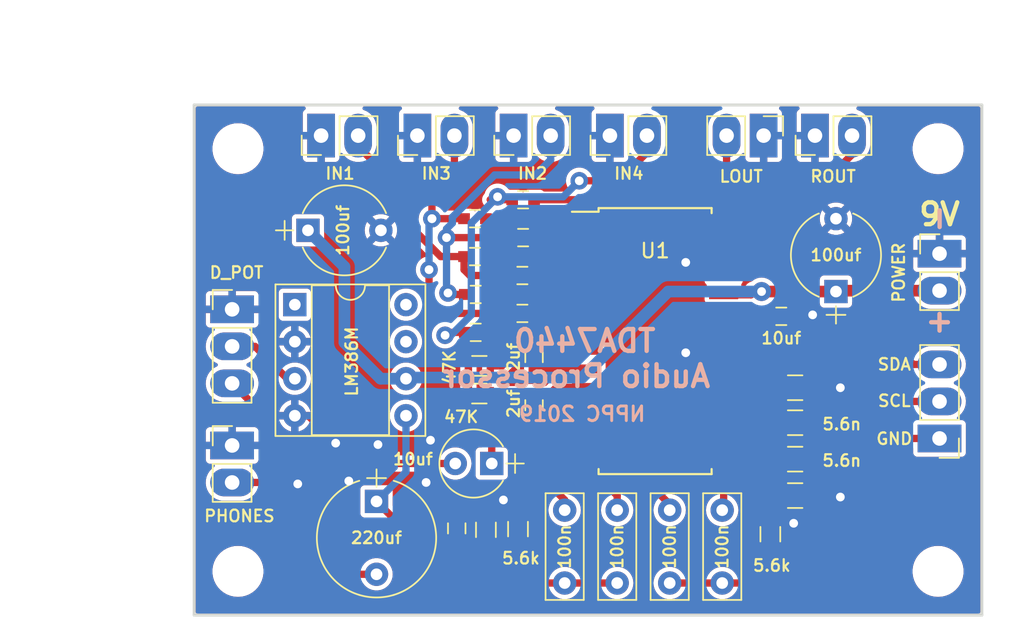
<source format=kicad_pcb>
(kicad_pcb (version 20221018) (generator pcbnew)
  (layers (0 "F.Cu" signal) (31 "B.Cu" signal) (34 "B.Paste" user) (35 "F.Paste" user) (36 "B.SilkS" user "B.Silkscreen") (37 "F.SilkS" user "F.Silkscreen") (38 "B.Mask" user) (39 "F.Mask" user) (44 "Edge.Cuts" user))
  (net 0 "")
  (net 1 "/IN4")
  (net 2 "Net-(C1-Pad1)")
  (net 3 "/IN3")
  (net 4 "Net-(C2-Pad1)")
  (net 5 "/IN2")
  (net 6 "Net-(C4-Pad1)")
  (net 7 "/IN1")
  (net 8 "Net-(C5-Pad1)")
  (net 9 "Net-(C5-Pad2)")
  (net 10 "Net-(C6-Pad1)")
  (net 11 "Net-(C6-Pad2)")
  (net 12 "Net-(C7-Pad1)")
  (net 13 "Net-(C7-Pad2)")
  (net 14 "Net-(C8-Pad1)")
  (net 15 "Net-(C10-Pad2)")
  (net 16 "Net-(C9-Pad2)")
  (net 17 "Net-(C10-Pad1)")
  (net 18 "Net-(C11-Pad2)")
  (net 19 "GNDA")
  (net 20 "Net-(C13-Pad2)")
  (net 21 "/SDA")
  (net 22 "/SCL")
  (net 23 "/LOUT")
  (net 24 "/ROUT")
  (net 25 "+9V")
  (net 26 "Net-(U1-Pad17)")
  (net 27 "Net-(U1-Pad16)")
  (net 28 "Net-(C1-Pad2)")
  (net 29 "/AUX")
  (net 30 "Net-(C14-Pad1)")
  (net 31 "Net-(C15-Pad1)")
  (net 32 "Net-(C16-Pad1)")
  (net 33 "Net-(C17-Pad1)")
  (net 34 "Net-(C18-Pad1)")
  (net 35 "Net-(C19-Pad1)")
  (net 36 "Net-(C20-Pad1)")
  (net 37 "Net-(C21-Pad1)")
  (net 38 "Net-(C23-Pad2)")
  (net 39 "/GND")
  (net 40 "Net-(J10-Pad2)")
  (net 41 "Net-(U2-Pad8)")
  (net 42 "Net-(U2-Pad7)")
  (net 43 "Net-(U2-Pad1)")
  (footprint "Capacitors_THT:CP_Radial_Tantal_D8.0mm_P5.00mm" (layer "F.Cu") (at 109.5 107.2 -90)
    (fp_text reference "C1" hide)
    (fp_text value "220uf" (at 2.5 0) (layer "F.SilkS") (effects (font (size 0.8 0.8))))
    (pad "1" thru_hole rect (at 0 0 270) (size 1.6 1.6) (drill 0.8) (layers "*.Cu" "*.Mask") (net 2 "Net-(C1-Pad1)"))
    (pad "2" thru_hole circle (at 5 0 270) (size 1.6 1.6) (drill 0.8) (layers "*.Cu" "*.Mask") (net 28 "Net-(C1-Pad2)"))
  )
  (footprint "Capacitors_THT:CP_Radial_Tantal_D6.0mm_P5.00mm" (layer "F.Cu") (at 104.8 88.6)
    (fp_text reference "C3" hide)
    (fp_text value "100uf" (at 2.4 0 90) (layer "F.SilkS") (effects (font (size 0.8 0.8))))
    (pad "1" thru_hole rect (at 0 0) (size 1.6 1.6) (drill 0.8) (layers "*.Cu" "*.Mask") (net 25 "+9V"))
    (pad "2" thru_hole circle (at 5 0) (size 1.6 1.6) (drill 0.8) (layers "*.Cu" "*.Mask") (net 19 "GNDA"))
  )
  (footprint "Capacitors_THT:CP_Radial_Tantal_D4.5mm_P2.50mm" (layer "F.Cu") (at 117.4 104.6 180)
    (fp_text reference "C4" hide)
    (fp_text value "10uf" (at 5.4 0.3 180) (layer "F.SilkS") (effects (font (size 0.8 0.8))))
    (pad "1" thru_hole rect (at 0 0 180) (size 1.6 1.6) (drill 0.8) (layers "*.Cu" "*.Mask") (net 6 "Net-(C4-Pad1)"))
    (pad "2" thru_hole circle (at 2.5 0 180) (size 1.6 1.6) (drill 0.8) (layers "*.Cu" "*.Mask") (net 29 "/AUX"))
  )
  (footprint "Capacitors_SMD:C_0603" (layer "F.Cu") (at 120.3 97.3 90)
    (fp_text reference "C6" hide)
    (fp_text value "2uf" (at 0 -1.4 90) (layer "F.SilkS") (effects (font (size 0.8 0.8))))
    (pad "1" smd rect (at -0.75 0 90) (size 0.8 0.75) (layers "F.Cu" "F.Paste" "F.Mask") (net 10 "Net-(C6-Pad1)"))
    (pad "2" smd rect (at 0.75 0 90) (size 0.8 0.75) (layers "F.Cu" "F.Paste" "F.Mask") (net 11 "Net-(C6-Pad2)"))
  )
  (footprint "Capacitors_SMD:C_0603" (layer "F.Cu") (at 120.3 100.6 90)
    (fp_text reference "C7" hide)
    (fp_text value "2uf" (at 0.1 -1.4 90) (layer "F.SilkS") (effects (font (size 0.8 0.8))))
    (pad "1" smd rect (at -0.75 0 90) (size 0.8 0.75) (layers "F.Cu" "F.Paste" "F.Mask") (net 12 "Net-(C7-Pad1)"))
    (pad "2" smd rect (at 0.75 0 90) (size 0.8 0.75) (layers "F.Cu" "F.Paste" "F.Mask") (net 13 "Net-(C7-Pad2)"))
  )
  (footprint "Capacitors_SMD:C_0603" (layer "F.Cu") (at 137.25 94.5 180)
    (fp_text reference "C13" hide)
    (fp_text value "10uf" (at 0 -1.5 180) (layer "F.SilkS") (effects (font (size 0.8 0.8))))
    (pad "1" smd rect (at -0.75 0 180) (size 0.8 0.75) (layers "F.Cu" "F.Paste" "F.Mask") (net 19 "GNDA"))
    (pad "2" smd rect (at 0.75 0 180) (size 0.8 0.75) (layers "F.Cu" "F.Paste" "F.Mask") (net 20 "Net-(C13-Pad2)"))
  )
  (footprint "Capacitors_SMD:C_0603" (layer "F.Cu") (at 119.55 86.5 180)
    (fp_text reference "C14" hide)
    (fp_text value "2uf")
    (pad "1" smd rect (at -0.75 0 180) (size 0.8 0.75) (layers "F.Cu" "F.Paste" "F.Mask") (net 30 "Net-(C14-Pad1)"))
    (pad "2" smd rect (at 0.75 0 180) (size 0.8 0.75) (layers "F.Cu" "F.Paste" "F.Mask") (net 1 "/IN4"))
  )
  (footprint "Capacitors_SMD:C_0603" (layer "F.Cu") (at 119.55 89.1 180)
    (fp_text reference "C15" hide)
    (fp_text value "2uf")
    (pad "1" smd rect (at -0.75 0 180) (size 0.8 0.75) (layers "F.Cu" "F.Paste" "F.Mask") (net 31 "Net-(C15-Pad1)"))
    (pad "2" smd rect (at 0.75 0 180) (size 0.8 0.75) (layers "F.Cu" "F.Paste" "F.Mask") (net 5 "/IN2"))
  )
  (footprint "Capacitors_SMD:C_0603" (layer "F.Cu") (at 119.5 91.7 180)
    (fp_text reference "C16" hide)
    (fp_text value "2uf")
    (pad "1" smd rect (at -0.75 0 180) (size 0.8 0.75) (layers "F.Cu" "F.Paste" "F.Mask") (net 32 "Net-(C16-Pad1)"))
    (pad "2" smd rect (at 0.75 0 180) (size 0.8 0.75) (layers "F.Cu" "F.Paste" "F.Mask") (net 7 "/IN1"))
  )
  (footprint "Capacitors_SMD:C_0603" (layer "F.Cu") (at 119.5 94.3 180)
    (fp_text reference "C17" hide)
    (fp_text value "2uf")
    (pad "1" smd rect (at -0.75 0 180) (size 0.8 0.75) (layers "F.Cu" "F.Paste" "F.Mask") (net 33 "Net-(C17-Pad1)"))
    (pad "2" smd rect (at 0.75 0 180) (size 0.8 0.75) (layers "F.Cu" "F.Paste" "F.Mask") (net 3 "/IN3"))
  )
  (footprint "Capacitors_SMD:C_0603" (layer "F.Cu") (at 116.25 87.8 180)
    (fp_text reference "C18" hide)
    (fp_text value "2uf")
    (pad "1" smd rect (at -0.75 0 180) (size 0.8 0.75) (layers "F.Cu" "F.Paste" "F.Mask") (net 34 "Net-(C18-Pad1)"))
    (pad "2" smd rect (at 0.75 0 180) (size 0.8 0.75) (layers "F.Cu" "F.Paste" "F.Mask") (net 3 "/IN3"))
  )
  (footprint "Capacitors_SMD:C_0603" (layer "F.Cu") (at 116.25 90.4 180)
    (fp_text reference "C19" hide)
    (fp_text value "2uf")
    (pad "1" smd rect (at -0.75 0 180) (size 0.8 0.75) (layers "F.Cu" "F.Paste" "F.Mask") (net 35 "Net-(C19-Pad1)"))
    (pad "2" smd rect (at 0.75 0 180) (size 0.8 0.75) (layers "F.Cu" "F.Paste" "F.Mask") (net 7 "/IN1"))
  )
  (footprint "Capacitors_SMD:C_0603" (layer "F.Cu") (at 116.3 93 180)
    (fp_text reference "C20" hide)
    (fp_text value "2uf")
    (pad "1" smd rect (at -0.75 0 180) (size 0.8 0.75) (layers "F.Cu" "F.Paste" "F.Mask") (net 36 "Net-(C20-Pad1)"))
    (pad "2" smd rect (at 0.75 0 180) (size 0.8 0.75) (layers "F.Cu" "F.Paste" "F.Mask") (net 5 "/IN2"))
  )
  (footprint "Capacitors_SMD:C_0603" (layer "F.Cu") (at 116.3 95.6 180)
    (fp_text reference "C21" hide)
    (fp_text value "2uf")
    (pad "1" smd rect (at -0.75 0 180) (size 0.8 0.75) (layers "F.Cu" "F.Paste" "F.Mask") (net 37 "Net-(C21-Pad1)"))
    (pad "2" smd rect (at 0.75 0 180) (size 0.8 0.75) (layers "F.Cu" "F.Paste" "F.Mask") (net 1 "/IN4"))
  )
  (footprint "KiCadCustomLibs:Conn_1x02_2.54mm" (layer "F.Cu") (at 125.5 82.1 90)
    (fp_text reference "J1" hide)
    (fp_text value "IN4" (at -2.6 1.3 180) (layer "F.SilkS") (effects (font (size 0.8 0.8))))
    (pad "1" thru_hole rect (at 0 0 90) (size 3 1.9) (drill 1) (layers "*.Cu" "*.Mask") (net 19 "GNDA"))
    (pad "2" thru_hole oval (at 0 2.54 90) (size 3 1.9) (drill 1) (layers "*.Cu" "*.Mask") (net 1 "/IN4"))
  )
  (footprint "KiCadCustomLibs:Conn_1x02_2.54mm" (layer "F.Cu") (at 112.3 82.1 90)
    (fp_text reference "J2" hide)
    (fp_text value "IN3" (at -2.6 1.3 180) (layer "F.SilkS") (effects (font (size 0.8 0.8))))
    (pad "1" thru_hole rect (at 0 0 90) (size 3 1.9) (drill 1) (layers "*.Cu" "*.Mask") (net 19 "GNDA"))
    (pad "2" thru_hole oval (at 0 2.54 90) (size 3 1.9) (drill 1) (layers "*.Cu" "*.Mask") (net 3 "/IN3"))
  )
  (footprint "KiCadCustomLibs:Conn_1x02_2.54mm" (layer "F.Cu") (at 118.9 82.1 90)
    (fp_text reference "J3" hide)
    (fp_text value "IN2" (at -2.6 1.3 180) (layer "F.SilkS") (effects (font (size 0.8 0.8))))
    (pad "1" thru_hole rect (at 0 0 90) (size 3 1.9) (drill 1) (layers "*.Cu" "*.Mask") (net 19 "GNDA"))
    (pad "2" thru_hole oval (at 0 2.54 90) (size 3 1.9) (drill 1) (layers "*.Cu" "*.Mask") (net 5 "/IN2"))
  )
  (footprint "KiCadCustomLibs:Conn_1x02_2.54mm" (layer "F.Cu") (at 105.7 82.1 90)
    (fp_text reference "J4" hide)
    (fp_text value "IN1" (at -2.6 1.3 180) (layer "F.SilkS") (effects (font (size 0.8 0.8))))
    (pad "1" thru_hole rect (at 0 0 90) (size 3 1.9) (drill 1) (layers "*.Cu" "*.Mask") (net 19 "GNDA"))
    (pad "2" thru_hole oval (at 0 2.54 90) (size 3 1.9) (drill 1) (layers "*.Cu" "*.Mask") (net 7 "/IN1"))
  )
  (footprint "KiCadCustomLibs:Conn_1x03_2.54mm" (layer "F.Cu") (at 148.1 102.88 180)
    (fp_text reference "J6" hide)
    (fp_text value "I2C" hide)
    (pad "1" thru_hole rect (at 0 0 180) (size 3 1.9) (drill 1) (layers "*.Cu" "*.Mask") (net 39 "/GND"))
    (pad "2" thru_hole oval (at 0 2.54 180) (size 3 1.9) (drill 1) (layers "*.Cu" "*.Mask") (net 22 "/SCL"))
    (pad "3" thru_hole oval (at 0 5.08 180) (size 3 1.9) (drill 1) (layers "*.Cu" "*.Mask") (net 21 "/SDA"))
  )
  (footprint "KiCadCustomLibs:Conn_1x02_2.54mm" (layer "F.Cu") (at 136.04 82.1 -90)
    (fp_text reference "J7" hide)
    (fp_text value "LOUT" (at 2.8 1.54) (layer "F.SilkS") (effects (font (size 0.8 0.8))))
    (pad "1" thru_hole rect (at 0 0 270) (size 3 1.9) (drill 1) (layers "*.Cu" "*.Mask") (net 19 "GNDA"))
    (pad "2" thru_hole oval (at 0 2.54 270) (size 3 1.9) (drill 1) (layers "*.Cu" "*.Mask") (net 23 "/LOUT"))
  )
  (footprint "KiCadCustomLibs:Conn_1x02_2.54mm" (layer "F.Cu") (at 148.1 90.2)
    (fp_text reference "J9" hide)
    (fp_text value "POWER" (at -2.8 1.3 270) (layer "F.SilkS") (effects (font (size 0.8 0.8))))
    (pad "1" thru_hole rect (at 0 0) (size 3 1.9) (drill 1) (layers "*.Cu" "*.Mask") (net 19 "GNDA"))
    (pad "2" thru_hole oval (at 0 2.54) (size 3 1.9) (drill 1) (layers "*.Cu" "*.Mask") (net 25 "+9V"))
  )
  (footprint "KiCadCustomLibs:Conn_1x03_2.54mm" (layer "F.Cu") (at 99.6 94.02)
    (fp_text reference "J10" hide)
    (fp_text value "D_POT" (at 0.3 -2.52 180) (layer "F.SilkS") (effects (font (size 0.8 0.8))))
    (pad "1" thru_hole rect (at 0 0) (size 3 1.9) (drill 1) (layers "*.Cu" "*.Mask") (net 19 "GNDA"))
    (pad "2" thru_hole oval (at 0 2.54) (size 3 1.9) (drill 1) (layers "*.Cu" "*.Mask") (net 40 "Net-(J10-Pad2)"))
    (pad "3" thru_hole oval (at 0 5.08) (size 3 1.9) (drill 1) (layers "*.Cu" "*.Mask") (net 29 "/AUX"))
  )
  (footprint "Resistors_SMD:R_0603" (layer "F.Cu") (at 116.55 99.8 180)
    (fp_text reference "R3" hide)
    (fp_text value "47K" (at 1.25 -1.6 180) (layer "F.SilkS") (effects (font (size 0.8 0.8))))
    (pad "1" smd rect (at -0.75 0 180) (size 0.5 0.9) (layers "F.Cu" "F.Paste" "F.Mask") (net 13 "Net-(C7-Pad2)"))
    (pad "2" smd rect (at 0.75 0 180) (size 0.5 0.9) (layers "F.Cu" "F.Paste" "F.Mask") (net 6 "Net-(C4-Pad1)"))
  )
  (footprint "Resistors_SMD:R_0603" (layer "F.Cu") (at 119.2 109.1 90)
    (fp_text reference "R9" hide)
    (fp_text value "5.6k" (at -2 0.2 180) (layer "F.SilkS") (effects (font (size 0.8 0.8))))
    (pad "1" smd rect (at -0.75 0 90) (size 0.5 0.9) (layers "F.Cu" "F.Paste" "F.Mask") (net 8 "Net-(C5-Pad1)"))
    (pad "2" smd rect (at 0.75 0 90) (size 0.5 0.9) (layers "F.Cu" "F.Paste" "F.Mask") (net 19 "GNDA"))
  )
  (footprint "Resistors_SMD:R_0603" (layer "F.Cu") (at 136.5 109.45 90)
    (fp_text reference "R10" hide)
    (fp_text value "5.6k" (at -2.15 0.1 180) (layer "F.SilkS") (effects (font (size 0.8 0.8))))
    (pad "1" smd rect (at -0.75 0 90) (size 0.5 0.9) (layers "F.Cu" "F.Paste" "F.Mask") (net 15 "Net-(C10-Pad2)"))
    (pad "2" smd rect (at 0.75 0 90) (size 0.5 0.9) (layers "F.Cu" "F.Paste" "F.Mask") (net 19 "GNDA"))
  )
  (footprint "Housings_SOIC:SOIC-28W_7.5x17.9mm_Pitch1.27mm" (layer "F.Cu") (at 128.6 96.2)
    (fp_text reference "U1" (at 0 -6.2) (layer "F.SilkS"))
    (fp_text value "TDA7440")
    (pad "1" smd rect (at -4.7 -8.255) (size 2 0.6) (layers "F.Cu" "F.Paste" "F.Mask") (net 34 "Net-(C18-Pad1)"))
    (pad "2" smd rect (at -4.7 -6.985) (size 2 0.6) (layers "F.Cu" "F.Paste" "F.Mask") (net 31 "Net-(C15-Pad1)"))
    (pad "3" smd rect (at -4.7 -5.715) (size 2 0.6) (layers "F.Cu" "F.Paste" "F.Mask") (net 35 "Net-(C19-Pad1)"))
    (pad "4" smd rect (at -4.7 -4.445) (size 2 0.6) (layers "F.Cu" "F.Paste" "F.Mask") (net 32 "Net-(C16-Pad1)"))
    (pad "5" smd rect (at -4.7 -3.175) (size 2 0.6) (layers "F.Cu" "F.Paste" "F.Mask") (net 36 "Net-(C20-Pad1)"))
    (pad "6" smd rect (at -4.7 -1.905) (size 2 0.6) (layers "F.Cu" "F.Paste" "F.Mask") (net 33 "Net-(C17-Pad1)"))
    (pad "7" smd rect (at -4.7 -0.635) (size 2 0.6) (layers "F.Cu" "F.Paste" "F.Mask") (net 37 "Net-(C21-Pad1)"))
    (pad "8" smd rect (at -4.7 0.635) (size 2 0.6) (layers "F.Cu" "F.Paste" "F.Mask") (net 11 "Net-(C6-Pad2)"))
    (pad "9" smd rect (at -4.7 1.905) (size 2 0.6) (layers "F.Cu" "F.Paste" "F.Mask") (net 10 "Net-(C6-Pad1)"))
    (pad "10" smd rect (at -4.7 3.175) (size 2 0.6) (layers "F.Cu" "F.Paste" "F.Mask") (net 13 "Net-(C7-Pad2)"))
    (pad "11" smd rect (at -4.7 4.445) (size 2 0.6) (layers "F.Cu" "F.Paste" "F.Mask") (net 12 "Net-(C7-Pad1)"))
    (pad "12" smd rect (at -4.7 5.715) (size 2 0.6) (layers "F.Cu" "F.Paste" "F.Mask") (net 9 "Net-(C5-Pad2)"))
    (pad "13" smd rect (at -4.7 6.985) (size 2 0.6) (layers "F.Cu" "F.Paste" "F.Mask") (net 14 "Net-(C8-Pad1)"))
    (pad "14" smd rect (at -4.7 8.255) (size 2 0.6) (layers "F.Cu" "F.Paste" "F.Mask") (net 16 "Net-(C9-Pad2)"))
    (pad "15" smd rect (at 4.7 8.255) (size 2 0.6) (layers "F.Cu" "F.Paste" "F.Mask") (net 17 "Net-(C10-Pad1)"))
    (pad "16" smd rect (at 4.7 6.985) (size 2 0.6) (layers "F.Cu" "F.Paste" "F.Mask") (net 27 "Net-(U1-Pad16)"))
    (pad "17" smd rect (at 4.7 5.715) (size 2 0.6) (layers "F.Cu" "F.Paste" "F.Mask") (net 26 "Net-(U1-Pad17)"))
    (pad "18" smd rect (at 4.7 4.445) (size 2 0.6) (layers "F.Cu" "F.Paste" "F.Mask") (net 38 "Net-(C23-Pad2)"))
    (pad "19" smd rect (at 4.7 3.175) (size 2 0.6) (layers "F.Cu" "F.Paste" "F.Mask") (net 18 "Net-(C11-Pad2)"))
    (pad "20" smd rect (at 4.7 1.905) (size 2 0.6) (layers "F.Cu" "F.Paste" "F.Mask") (net 39 "/GND"))
    (pad "21" smd rect (at 4.7 0.635) (size 2 0.6) (layers "F.Cu" "F.Paste" "F.Mask") (net 22 "/SCL"))
    (pad "22" smd rect (at 4.7 -0.635) (size 2 0.6) (layers "F.Cu" "F.Paste" "F.Mask") (net 21 "/SDA"))
    (pad "23" smd rect (at 4.7 -1.905) (size 2 0.6) (layers "F.Cu" "F.Paste" "F.Mask") (net 20 "Net-(C13-Pad2)"))
    (pad "24" smd rect (at 4.7 -3.175) (size 2 0.6) (layers "F.Cu" "F.Paste" "F.Mask") (net 25 "+9V"))
    (pad "25" smd rect (at 4.7 -4.445) (size 2 0.6) (layers "F.Cu" "F.Paste" "F.Mask") (net 19 "GNDA"))
    (pad "26" smd rect (at 4.7 -5.715) (size 2 0.6) (layers "F.Cu" "F.Paste" "F.Mask") (net 24 "/ROUT"))
    (pad "27" smd rect (at 4.7 -6.985) (size 2 0.6) (layers "F.Cu" "F.Paste" "F.Mask") (net 23 "/LOUT"))
    (pad "28" smd rect (at 4.7 -8.255) (size 2 0.6) (layers "F.Cu" "F.Paste" "F.Mask") (net 30 "Net-(C14-Pad1)"))
  )
  (footprint "KiCadCustomLibs:Conn_1x02_2.54mm" (layer "F.Cu") (at 99.6 103.36)
    (fp_text reference "J5" hide)
    (fp_text value "PHONES" (at 0.5 4.84 180) (layer "F.SilkS") (effects (font (size 0.8 0.8))))
    (pad "1" thru_hole rect (at 0 0) (size 3 1.9) (drill 1) (layers "*.Cu" "*.Mask") (net 19 "GNDA"))
    (pad "2" thru_hole oval (at 0 2.54) (size 3 1.9) (drill 1) (layers "*.Cu" "*.Mask") (net 28 "Net-(C1-Pad2)"))
  )
  (footprint "KiCadCustomLibs:Conn_1x02_2.54mm" (layer "F.Cu") (at 139.56 82.1 90)
    (fp_text reference "J8" hide)
    (fp_text value "ROUT" (at -2.8 1.24 180) (layer "F.SilkS") (effects (font (size 0.8 0.8))))
    (pad "1" thru_hole rect (at 0 0 90) (size 3 1.9) (drill 1) (layers "*.Cu" "*.Mask") (net 19 "GNDA"))
    (pad "2" thru_hole oval (at 0 2.54 90) (size 3 1.9) (drill 1) (layers "*.Cu" "*.Mask") (net 24 "/ROUT"))
  )
  (footprint "Mounting_Holes:MountingHole_3mm" (layer "F.Cu") (at 148 83)
    (fp_text reference "REF**" hide)
    (fp_text value "MountingHole_3mm")
    (pad "" np_thru_hole circle (at 0 0) (size 3 3) (drill 3) (layers "*.Cu" "*.Mask"))
  )
  (footprint "Mounting_Holes:MountingHole_3mm" (layer "F.Cu") (at 100 83)
    (fp_text reference "REF**" hide)
    (fp_text value "MountingHole_3mm")
    (pad "" np_thru_hole circle (at 0 0) (size 3 3) (drill 3) (layers "*.Cu" "*.Mask"))
  )
  (footprint "Mounting_Holes:MountingHole_3mm" (layer "F.Cu") (at 100 112)
    (fp_text reference "REF**" hide)
    (fp_text value "MountingHole_3mm")
    (pad "" np_thru_hole circle (at 0 0) (size 3 3) (drill 3) (layers "*.Cu" "*.Mask"))
  )
  (footprint "Mounting_Holes:MountingHole_3mm" (layer "F.Cu") (at 148 112)
    (fp_text reference "REF**" hide)
    (fp_text value "MountingHole_3mm")
    (pad "" np_thru_hole circle (at 0 0) (size 3 3) (drill 3) (layers "*.Cu" "*.Mask"))
  )
  (footprint "Resistors_SMD:R_0603" (layer "F.Cu") (at 116.55 97.9 180)
    (fp_text reference "R2" hide)
    (fp_text value "47K" (at 2.05 -0.1 270) (layer "F.SilkS") (effects (font (size 0.8 0.8))))
    (pad "1" smd rect (at -0.75 0 180) (size 0.5 0.9) (layers "F.Cu" "F.Paste" "F.Mask") (net 11 "Net-(C6-Pad2)"))
    (pad "2" smd rect (at 0.75 0 180) (size 0.5 0.9) (layers "F.Cu" "F.Paste" "F.Mask") (net 6 "Net-(C4-Pad1)"))
  )
  (footprint "Capacitors_THT:C_Rect_L7.2mm_W2.5mm_P5.00mm_FKS2_FKP2_MKS2_MKP2" (layer "F.Cu") (at 122.4 112.8 90)
    (fp_text reference "C5" hide)
    (fp_text value "100n" (at 2.5 0 90) (layer "F.SilkS") (effects (font (size 0.8 0.8))))
    (pad "1" thru_hole circle (at 0 0 90) (size 1.6 1.6) (drill 0.8) (layers "*.Cu" "*.Mask") (net 8 "Net-(C5-Pad1)"))
    (pad "2" thru_hole circle (at 5 0 90) (size 1.6 1.6) (drill 0.8) (layers "*.Cu" "*.Mask") (net 9 "Net-(C5-Pad2)"))
  )
  (footprint "Capacitors_THT:C_Rect_L7.2mm_W2.5mm_P5.00mm_FKS2_FKP2_MKS2_MKP2" (layer "F.Cu") (at 126 107.8 -90)
    (fp_text reference "C8" hide)
    (fp_text value "100n" (at 2.5 0 270) (layer "F.SilkS") (effects (font (size 0.8 0.8))))
    (pad "1" thru_hole circle (at 0 0 270) (size 1.6 1.6) (drill 0.8) (layers "*.Cu" "*.Mask") (net 14 "Net-(C8-Pad1)"))
    (pad "2" thru_hole circle (at 5 0 270) (size 1.6 1.6) (drill 0.8) (layers "*.Cu" "*.Mask") (net 8 "Net-(C5-Pad1)"))
  )
  (footprint "Capacitors_THT:C_Rect_L7.2mm_W2.5mm_P5.00mm_FKS2_FKP2_MKS2_MKP2" (layer "F.Cu") (at 129.6 112.8 90)
    (fp_text reference "C9" hide)
    (fp_text value "100n" (at 2.5 0 90) (layer "F.SilkS") (effects (font (size 0.8 0.8))))
    (pad "1" thru_hole circle (at 0 0 90) (size 1.6 1.6) (drill 0.8) (layers "*.Cu" "*.Mask") (net 15 "Net-(C10-Pad2)"))
    (pad "2" thru_hole circle (at 5 0 90) (size 1.6 1.6) (drill 0.8) (layers "*.Cu" "*.Mask") (net 16 "Net-(C9-Pad2)"))
  )
  (footprint "Capacitors_THT:C_Rect_L7.2mm_W2.5mm_P5.00mm_FKS2_FKP2_MKS2_MKP2" (layer "F.Cu") (at 133.2 107.8 -90)
    (fp_text reference "C10" hide)
    (fp_text value "100n" (at 2.5 0 270) (layer "F.SilkS") (effects (font (size 0.8 0.8))))
    (pad "1" thru_hole circle (at 0 0 270) (size 1.6 1.6) (drill 0.8) (layers "*.Cu" "*.Mask") (net 17 "Net-(C10-Pad1)"))
    (pad "2" thru_hole circle (at 5 0 270) (size 1.6 1.6) (drill 0.8) (layers "*.Cu" "*.Mask") (net 15 "Net-(C10-Pad2)"))
  )
  (footprint "Capacitors_SMD:C_0805" (layer "F.Cu") (at 138.2 99.4 180)
    (fp_text reference "C11" hide)
    (fp_text value "4.7n")
    (pad "1" smd rect (at -1 0 180) (size 1 1.25) (layers "F.Cu" "F.Paste" "F.Mask") (net 19 "GNDA"))
    (pad "2" smd rect (at 1 0 180) (size 1 1.25) (layers "F.Cu" "F.Paste" "F.Mask") (net 18 "Net-(C11-Pad2)"))
  )
  (footprint "Capacitors_SMD:C_0805" (layer "F.Cu") (at 138.2 101.8 180)
    (fp_text reference "C12" hide)
    (fp_text value "1n")
    (pad "1" smd rect (at -1 0 180) (size 1 1.25) (layers "F.Cu" "F.Paste" "F.Mask") (net 19 "GNDA"))
    (pad "2" smd rect (at 1 0 180) (size 1 1.25) (layers "F.Cu" "F.Paste" "F.Mask") (net 18 "Net-(C11-Pad2)"))
  )
  (footprint "Capacitors_SMD:C_0805" (layer "F.Cu") (at 138.2 104.3 180)
    (fp_text reference "C23" hide)
    (fp_text value "4.7n")
    (pad "1" smd rect (at -1 0 180) (size 1 1.25) (layers "F.Cu" "F.Paste" "F.Mask") (net 19 "GNDA"))
    (pad "2" smd rect (at 1 0 180) (size 1 1.25) (layers "F.Cu" "F.Paste" "F.Mask") (net 38 "Net-(C23-Pad2)"))
  )
  (footprint "Capacitors_SMD:C_0805" (layer "F.Cu") (at 138.2 106.8 180)
    (fp_text reference "C24" hide)
    (fp_text value "1n")
    (pad "1" smd rect (at -1 0 180) (size 1 1.25) (layers "F.Cu" "F.Paste" "F.Mask") (net 19 "GNDA"))
    (pad "2" smd rect (at 1 0 180) (size 1 1.25) (layers "F.Cu" "F.Paste" "F.Mask") (net 38 "Net-(C23-Pad2)"))
  )
  (footprint "Housings_DIP:DIP-8_W7.62mm_Socket" (layer "F.Cu") (at 103.9 93.7)
    (fp_text reference "U2" hide)
    (fp_text value "LM386M" (at 3.9 3.9 90) (layer "F.SilkS") (effects (font (size 0.8 0.8))))
    (pad "1" thru_hole rect (at 0 0) (size 1.6 1.6) (drill 0.8) (layers "*.Cu" "*.Mask") (net 43 "Net-(U2-Pad1)"))
    (pad "2" thru_hole oval (at 0 2.54) (size 1.6 1.6) (drill 0.8) (layers "*.Cu" "*.Mask") (net 19 "GNDA"))
    (pad "3" thru_hole oval (at 0 5.08) (size 1.6 1.6) (drill 0.8) (layers "*.Cu" "*.Mask") (net 40 "Net-(J10-Pad2)"))
    (pad "4" thru_hole oval (at 0 7.62) (size 1.6 1.6) (drill 0.8) (layers "*.Cu" "*.Mask") (net 19 "GNDA"))
    (pad "5" thru_hole oval (at 7.62 7.62) (size 1.6 1.6) (drill 0.8) (layers "*.Cu" "*.Mask") (net 2 "Net-(C1-Pad1)"))
    (pad "6" thru_hole oval (at 7.62 5.08) (size 1.6 1.6) (drill 0.8) (layers "*.Cu" "*.Mask") (net 25 "+9V"))
    (pad "7" thru_hole oval (at 7.62 2.54) (size 1.6 1.6) (drill 0.8) (layers "*.Cu" "*.Mask") (net 42 "Net-(U2-Pad7)"))
    (pad "8" thru_hole oval (at 7.62 0) (size 1.6 1.6) (drill 0.8) (layers "*.Cu" "*.Mask") (net 41 "Net-(U2-Pad8)"))
  )
  (footprint "Capacitors_THT:CP_Radial_Tantal_D6.0mm_P5.00mm" (layer "F.Cu") (at 141 92.8 90)
    (fp_text reference "C22" hide)
    (fp_text value "100uf" (at 2.5 0 180) (layer "F.SilkS") (effects (font (size 0.8 0.8))))
    (pad "1" thru_hole rect (at 0 0 90) (size 1.6 1.6) (drill 0.8) (layers "*.Cu" "*.Mask") (net 25 "+9V"))
    (pad "2" thru_hole circle (at 5 0 90) (size 1.6 1.6) (drill 0.8) (layers "*.Cu" "*.Mask") (net 19 "GNDA"))
  )
  (footprint "Capacitors_SMD:C_0603" (layer "F.Cu") (at 115 109.05 90)
    (fp_text reference "C2" hide)
    (fp_text value "50n" hide)
    (pad "1" smd rect (at -0.75 0 90) (size 0.8 0.75) (layers "F.Cu" "F.Paste" "F.Mask") (net 4 "Net-(C2-Pad1)"))
    (pad "2" smd rect (at 0.75 0 90) (size 0.8 0.75) (layers "F.Cu" "F.Paste" "F.Mask") (net 2 "Net-(C1-Pad1)"))
  )
  (footprint "Resistors_SMD:R_0603" (layer "F.Cu") (at 117 109.15 90)
    (fp_text reference "R1" hide)
    (fp_text value "10" hide)
    (pad "1" smd rect (at -0.75 0 90) (size 0.5 0.9) (layers "F.Cu" "F.Paste" "F.Mask") (net 4 "Net-(C2-Pad1)"))
    (pad "2" smd rect (at 0.75 0 90) (size 0.5 0.9) (layers "F.Cu" "F.Paste" "F.Mask") (net 19 "GNDA"))
  )
  (gr_line (start 97 80) (end 151 80) (stroke (width 0.2)) (layer "Edge.Cuts"))
  (gr_line (start 151 80) (end 151 115) (stroke (width 0.2)) (layer "Edge.Cuts"))
  (gr_line (start 151 115) (end 97 115) (stroke (width 0.2)) (layer "Edge.Cuts"))
  (gr_line (start 97 115) (end 97 80) (stroke (width 0.2)) (layer "Edge.Cuts"))
  (gr_text "NPPC 2019" (at 123.6 101.2) (layer "B.SilkS") (effects (font (size 1 1) (thickness 0.2)) (justify mirror)))
  (gr_text "+" (at 148.1 94.8) (layer "B.SilkS") (effects (font (size 1.5 1.5) (thickness 0.3)) (justify mirror)))
  (gr_text "TDA7440 \nAudio Processor" (at 123.2 97.4) (layer "B.SilkS") (effects (font (size 1.5 1.5) (thickness 0.3)) (justify mirror)))
  (gr_text "-" (at 148 87.8 90) (layer "B.SilkS") (effects (font (size 1.5 1.5) (thickness 0.3)) (justify mirror)))
  (gr_text "SCL" (at 145 100.3) (layer "F.SilkS") (effects (font (size 0.8 0.8))))
  (gr_text "GND" (at 145 102.9) (layer "F.SilkS") (effects (font (size 0.8 0.8))))
  (gr_text "9V" (at 148.1 87.5) (layer "F.SilkS") (effects (font (size 1.5 1.5) (thickness 0.3))))
  (gr_text "5.6n" (at 141.4 104.4) (layer "F.SilkS") (effects (font (size 0.8 0.8))))
  (gr_text "5.6n" (at 141.4 101.9) (layer "F.SilkS") (effects (font (size 0.8 0.8))))
  (gr_text "SDA" (at 145 97.8) (layer "F.SilkS") (effects (font (size 0.8 0.8))))
  (segment (start 114.4 95.6) (end 115.55 95.6) (width 0.5) (layer "F.Cu") (net 1))
  (segment (start 114.2 95.8) (end 114.4 95.6) (width 0.5) (layer "F.Cu") (net 1))
  (segment (start 117.3 86.5) (end 118.8 86.5) (width 0.5) (layer "F.Cu") (net 1))
  (segment (start 126.1 85.2) (end 128.04 83.26) (width 0.5) (layer "F.Cu") (net 1))
  (segment (start 117.8 86.3) (end 117.3 86.5) (width 0.5) (layer "F.Cu") (net 1))
  (segment (start 128.04 83.26) (end 128.04 82.1) (width 0.5) (layer "F.Cu") (net 1))
  (segment (start 123.4 85.2) (end 126.1 85.2) (width 0.5) (layer "F.Cu") (net 1))
  (via (at 114.2 95.8) (size 1.2) (drill 0.6) (layers "F.Cu" "B.Cu") (net 1))
  (via (at 123.4 85.2) (size 1.2) (drill 0.6) (layers "F.Cu" "B.Cu") (net 1))
  (via (at 117.8 86.3) (size 1.2) (drill 0.6) (layers "F.Cu" "B.Cu") (net 1))
  (segment (start 117.8 86.3) (end 116 88.1) (width 0.5) (layer "B.Cu") (net 1))
  (segment (start 122.3 86.3) (end 123.4 85.2) (width 0.5) (layer "B.Cu") (net 1))
  (segment (start 116 88.1) (end 116 94.4) (width 0.5) (layer "B.Cu") (net 1))
  (segment (start 117.8 86.3) (end 122.3 86.3) (width 0.5) (layer "B.Cu") (net 1))
  (segment (start 116 94.4) (end 114.6 95.8) (width 0.5) (layer "B.Cu") (net 1))
  (segment (start 114.6 95.8) (end 114.2 95.8) (width 0.5) (layer "B.Cu") (net 1))
  (segment (start 110.6 108.3) (end 115 108.3) (width 0.5) (layer "F.Cu") (net 2))
  (segment (start 109.5 107.2) (end 110.6 108.3) (width 0.5) (layer "F.Cu") (net 2))
  (segment (start 111.52 105.18) (end 109.5 107.2) (width 0.5) (layer "B.Cu") (net 2))
  (segment (start 111.52 101.32) (end 111.52 105.18) (width 0.5) (layer "B.Cu") (net 2))
  (segment (start 113.3 86.2) (end 114.84 84.66) (width 0.5) (layer "F.Cu") (net 3))
  (segment (start 113.8 94.3) (end 118.75 94.3) (width 0.5) (layer "F.Cu") (net 3))
  (segment (start 113.1 91.3) (end 113.1 93.6) (width 0.5) (layer "F.Cu") (net 3))
  (segment (start 113.1 93.6) (end 113.8 94.3) (width 0.5) (layer "F.Cu") (net 3))
  (segment (start 113.3 87.8) (end 113.3 86.2) (width 0.5) (layer "F.Cu") (net 3))
  (segment (start 114.84 84.66) (end 114.84 82.1) (width 0.5) (layer "F.Cu") (net 3))
  (segment (start 113.3 87.8) (end 115.5 87.8) (width 0.5) (layer "F.Cu") (net 3))
  (via (at 113.3 87.8) (size 1.2) (drill 0.6) (layers "F.Cu" "B.Cu") (net 3))
  (via (at 113.1 91.3) (size 1.2) (drill 0.6) (layers "F.Cu" "B.Cu") (net 3))
  (via (at 113.3 87.8) (size 1.2) (drill 0.6) (layers "F.Cu" "B.Cu") (net 3))
  (segment (start 113.1 91.3) (end 113.1 88) (width 0.5) (layer "B.Cu") (net 3))
  (segment (start 113.1 88) (end 113.3 87.8) (width 0.5) (layer "B.Cu") (net 3))
  (segment (start 115 109.8) (end 116.9 109.8) (width 0.5) (layer "F.Cu") (net 4))
  (segment (start 116.9 109.8) (end 117 109.9) (width 0.5) (layer "F.Cu") (net 4))
  (segment (start 114.5 93) (end 115.55 93) (width 0.5) (layer "F.Cu") (net 5))
  (segment (start 118.8 89.1) (end 114.3 89.1) (width 0.5) (layer "F.Cu") (net 5))
  (segment (start 114.4 92.9) (end 114.5 93) (width 0.5) (layer "F.Cu") (net 5))
  (via (at 114.3 89.1) (size 1.2) (drill 0.6) (layers "F.Cu" "B.Cu") (net 5))
  (via (at 114.4 92.9) (size 1.2) (drill 0.6) (layers "F.Cu" "B.Cu") (net 5))
  (segment (start 117.6 84.8) (end 120.4 84.8) (width 0.5) (layer "B.Cu") (net 5))
  (segment (start 114.7 87.7) (end 117.6 84.8) (width 0.5) (layer "B.Cu") (net 5))
  (segment (start 120.4 84.8) (end 121.44 83.76) (width 0.5) (layer "B.Cu") (net 5))
  (segment (start 114.7 88.1) (end 114.7 87.7) (width 0.5) (layer "B.Cu") (net 5))
  (segment (start 114.3 92.8) (end 114.4 92.9) (width 0.5) (layer "B.Cu") (net 5))
  (segment (start 121.44 83.76) (end 121.44 82.1) (width 0.5) (layer "B.Cu") (net 5))
  (segment (start 114.3 89.1) (end 114.3 88.5) (width 0.5) (layer "B.Cu") (net 5))
  (segment (start 114.3 89.1) (end 114.3 92.8) (width 0.5) (layer "B.Cu") (net 5))
  (segment (start 114.3 88.5) (end 114.7 88.1) (width 0.5) (layer "B.Cu") (net 5))
  (segment (start 115.8 99.8) (end 115.8 101.5) (width 0.5) (layer "F.Cu") (net 6))
  (segment (start 117.4 103.1) (end 117.4 104.6) (width 0.5) (layer "F.Cu") (net 6))
  (segment (start 115.8 101.5) (end 117.4 103.1) (width 0.5) (layer "F.Cu") (net 6))
  (segment (start 115.8 97.9) (end 115.8 99.8) (width 0.5) (layer "F.Cu") (net 6))
  (segment (start 113.9 90.4) (end 111.5 88) (width 0.5) (layer "F.Cu") (net 7))
  (segment (start 118.75 91.7) (end 115.9 91.7) (width 0.5) (layer "F.Cu") (net 7))
  (segment (start 111.5 88) (end 111.5 86.1) (width 0.5) (layer "F.Cu") (net 7))
  (segment (start 111.5 86.1) (end 108.24 82.84) (width 0.5) (layer "F.Cu") (net 7))
  (segment (start 115.5 91.3) (end 115.5 90.4) (width 0.5) (layer "F.Cu") (net 7))
  (segment (start 115.9 91.7) (end 115.5 91.3) (width 0.5) (layer "F.Cu") (net 7))
  (segment (start 115.5 90.4) (end 113.9 90.4) (width 0.5) (layer "F.Cu") (net 7))
  (segment (start 108.24 82.84) (end 108.24 82.1) (width 0.5) (layer "F.Cu") (net 7))
  (segment (start 119.2 109.85) (end 119.2 111.2) (width 0.5) (layer "F.Cu") (net 8))
  (segment (start 126 112.8) (end 122.4 112.8) (width 0.5) (layer "F.Cu") (net 8))
  (segment (start 119.2 111.2) (end 120.8 112.8) (width 0.5) (layer "F.Cu") (net 8))
  (segment (start 120.8 112.8) (end 122.4 112.8) (width 0.5) (layer "F.Cu") (net 8))
  (segment (start 122.385 101.915) (end 123.9 101.915) (width 0.5) (layer "F.Cu") (net 9))
  (segment (start 120.9 105.6) (end 120.9 103.4) (width 0.5) (layer "F.Cu") (net 9))
  (segment (start 122.4 107.8) (end 122.4 107.1) (width 0.5) (layer "F.Cu") (net 9))
  (segment (start 120.9 103.4) (end 122.385 101.915) (width 0.5) (layer "F.Cu") (net 9))
  (segment (start 122.4 107.1) (end 120.9 105.6) (width 0.5) (layer "F.Cu") (net 9))
  (segment (start 121.705 98.105) (end 123.9 98.105) (width 0.5) (layer "F.Cu") (net 10))
  (segment (start 121.65 98.05) (end 121.705 98.105) (width 0.5) (layer "F.Cu") (net 10))
  (segment (start 120.3 98.05) (end 121.65 98.05) (width 0.5) (layer "F.Cu") (net 10))
  (segment (start 118.1 97.9) (end 117.3 97.9) (width 0.5) (layer "F.Cu") (net 11))
  (segment (start 122.035 96.835) (end 121.75 96.55) (width 0.5) (layer "F.Cu") (net 11))
  (segment (start 121.75 96.55) (end 120.3 96.55) (width 0.5) (layer "F.Cu") (net 11))
  (segment (start 123.9 96.835) (end 122.035 96.835) (width 0.5) (layer "F.Cu") (net 11))
  (segment (start 119.45 96.55) (end 118.1 97.9) (width 0.5) (layer "F.Cu") (net 11))
  (segment (start 120.3 96.55) (end 119.45 96.55) (width 0.5) (layer "F.Cu") (net 11))
  (segment (start 122.255 100.645) (end 123.9 100.645) (width 0.5) (layer "F.Cu") (net 12))
  (segment (start 120.3 101.35) (end 121.55 101.35) (width 0.5) (layer "F.Cu") (net 12))
  (segment (start 121.55 101.35) (end 122.255 100.645) (width 0.5) (layer "F.Cu") (net 12))
  (segment (start 117.35 99.85) (end 117.3 99.8) (width 0.5) (layer "F.Cu") (net 13))
  (segment (start 121.825 99.375) (end 121.35 99.85) (width 0.5) (layer "F.Cu") (net 13))
  (segment (start 121.35 99.85) (end 120.3 99.85) (width 0.5) (layer "F.Cu") (net 13))
  (segment (start 123.9 99.375) (end 121.825 99.375) (width 0.5) (layer "F.Cu") (net 13))
  (segment (start 120.3 99.85) (end 117.35 99.85) (width 0.5) (layer "F.Cu") (net 13))
  (segment (start 122.8 105.9) (end 122 105.1) (width 0.5) (layer "F.Cu") (net 14))
  (segment (start 125.1 105.9) (end 122.8 105.9) (width 0.5) (layer "F.Cu") (net 14))
  (segment (start 126 107.8) (end 126 106.8) (width 0.5) (layer "F.Cu") (net 14))
  (segment (start 122.715 103.185) (end 123.9 103.185) (width 0.5) (layer "F.Cu") (net 14))
  (segment (start 122 105.1) (end 122 103.9) (width 0.5) (layer "F.Cu") (net 14))
  (segment (start 122 103.9) (end 122.715 103.185) (width 0.5) (layer "F.Cu") (net 14))
  (segment (start 126 106.8) (end 125.1 105.9) (width 0.5) (layer "F.Cu") (net 14))
  (segment (start 133.2 112.8) (end 135.1 112.8) (width 0.5) (layer "F.Cu") (net 15))
  (segment (start 135.1 112.8) (end 136.5 111.4) (width 0.5) (layer "F.Cu") (net 15))
  (segment (start 129.6 112.8) (end 133.2 112.8) (width 0.5) (layer "F.Cu") (net 15))
  (segment (start 136.5 111.4) (end 136.5 110.2) (width 0.5) (layer "F.Cu") (net 15))
  (segment (start 123.9 104.455) (end 126.655 104.455) (width 0.5) (layer "F.Cu") (net 16))
  (segment (start 129.6 107.4) (end 129.6 107.8) (width 0.5) (layer "F.Cu") (net 16))
  (segment (start 126.655 104.455) (end 129.6 107.4) (width 0.5) (layer "F.Cu") (net 16))
  (segment (start 133.3 104.455) (end 133.3 107.7) (width 0.5) (layer "F.Cu") (net 17))
  (segment (start 133.3 107.7) (end 133.2 107.8) (width 0.5) (layer "F.Cu") (net 17))
  (segment (start 137.2 99.4) (end 137.2 101.8) (width 0.5) (layer "F.Cu") (net 18))
  (segment (start 137.175 99.375) (end 137.2 99.4) (width 0.5) (layer "F.Cu") (net 18))
  (segment (start 133.3 99.375) (end 137.175 99.375) (width 0.5) (layer "F.Cu") (net 18))
  (segment (start 103.9 101.32) (end 104.82 101.32) (width 0.5) (layer "F.Cu") (net 19))
  (segment (start 141.2 106.8) (end 141.3 106.9) (width 0.5) (layer "F.Cu") (net 19))
  (segment (start 118.9 107.1) (end 118.2 107.1) (width 0.5) (layer "F.Cu") (net 19))
  (segment (start 138.3 94.5) (end 139.3 94.5) (width 0.5) (layer "F.Cu") (net 19))
  (segment (start 112.9 105.9) (end 112.8 105.8) (width 0.5) (layer "F.Cu") (net 19))
  (segment (start 119.2 108.35) (end 119.2 107.4) (width 0.5) (layer "F.Cu") (net 19))
  (segment (start 130.7 90.8) (end 130.7 97) (width 0.5) (layer "F.Cu") (net 19))
  (segment (start 131.655 91.755) (end 130.7 90.8) (width 0.5) (layer "F.Cu") (net 19))
  (segment (start 112.9 103.3) (end 113.2 103) (width 0.5) (layer "F.Cu") (net 19))
  (segment (start 112.8 105.8) (end 107.6 105.8) (width 0.5) (layer "F.Cu") (net 19))
  (segment (start 119.2 107.4) (end 118.9 107.1) (width 0.5) (layer "F.Cu") (net 19))
  (segment (start 136.5 108.7) (end 138.1 108.7) (width 0.5) (layer "F.Cu") (net 19))
  (segment (start 139.2 106.8) (end 141.2 106.8) (width 0.5) (layer "F.Cu") (net 19))
  (segment (start 141.3 99.4) (end 139.2 99.4) (width 0.5) (layer "F.Cu") (net 19))
  (segment (start 104.82 101.32) (end 106.7 103.2) (width 0.5) (layer "F.Cu") (net 19))
  (segment (start 139.3 94.5) (end 139.4 94.4) (width 0.5) (layer "F.Cu") (net 19))
  (segment (start 133.3 91.755) (end 131.655 91.755) (width 0.5) (layer "F.Cu") (net 19))
  (segment (start 109.6 103.3) (end 112.9 103.3) (width 0.5) (layer "F.Cu") (net 19))
  (via (at 130.7 97) (size 1.2) (drill 0.6) (layers "F.Cu" "B.Cu") (net 19))
  (via (at 107.6 105.8) (size 1.2) (drill 0.6) (layers "F.Cu" "B.Cu") (net 19))
  (via (at 104.1 106) (size 1.2) (drill 0.6) (layers "F.Cu" "B.Cu") (net 19))
  (via (at 130.7 90.8) (size 1.2) (drill 0.6) (layers "F.Cu" "B.Cu") (net 19))
  (via (at 112.9 105.9) (size 1.2) (drill 0.6) (layers "F.Cu" "B.Cu") (net 19))
  (via (at 113.2 103) (size 1.2) (drill 0.6) (layers "F.Cu" "B.Cu") (net 19))
  (via (at 139.4 94.4) (size 1.2) (drill 0.6) (layers "F.Cu" "B.Cu") (net 19))
  (via (at 109.6 103.3) (size 1.2) (drill 0.6) (layers "F.Cu" "B.Cu") (net 19))
  (via (at 138.1 108.7) (size 1.2) (drill 0.6) (layers "F.Cu" "B.Cu") (net 19))
  (via (at 106.7 103.2) (size 1.2) (drill 0.6) (layers "F.Cu" "B.Cu") (net 19))
  (via (at 118.2 107.1) (size 1.2) (drill 0.6) (layers "F.Cu" "B.Cu") (net 19))
  (via (at 141.3 99.4) (size 1.2) (drill 0.6) (layers "F.Cu" "B.Cu") (net 19))
  (via (at 141.3 106.9) (size 1.2) (drill 0.6) (layers "F.Cu" "B.Cu") (net 19))
  (segment (start 138.1 108.7) (end 140.6 108.7) (width 0.5) (layer "B.Cu") (net 19))
  (segment (start 141.3 106.9) (end 140.6 108.7) (width 0.5) (layer "B.Cu") (net 19))
  (segment (start 118.2 107.1) (end 120.6 107.1) (width 0.5) (layer "B.Cu") (net 19))
  (segment (start 141.3 108) (end 141.3 99.4) (width 0.5) (layer "B.Cu") (net 19))
  (segment (start 104.3 105.8) (end 104.1 106) (width 0.5) (layer "B.Cu") (net 19))
  (segment (start 114.1 107.1) (end 112.9 105.9) (width 0.5) (layer "B.Cu") (net 19))
  (segment (start 107.6 105.8) (end 104.3 105.8) (width 0.5) (layer "B.Cu") (net 19))
  (segment (start 140.6 108.7) (end 141.3 108) (width 0.5) (layer "B.Cu") (net 19))
  (segment (start 106.7 103.2) (end 106.8 103.3) (width 0.5) (layer "B.Cu") (net 19))
  (segment (start 118.2 107.1) (end 114.1 107.1) (width 0.5) (layer "B.Cu") (net 19))
  (segment (start 120.6 107.1) (end 130.7 97) (width 0.5) (layer "B.Cu") (net 19))
  (segment (start 106.8 103.3) (end 109.6 103.3) (width 0.5) (layer "B.Cu") (net 19))
  (segment (start 136.2 94.5) (end 135.61 94.5) (width 0.5) (layer "F.Cu") (net 20))
  (segment (start 135.405 94.295) (end 133.3 94.295) (width 0.5) (layer "F.Cu") (net 20))
  (segment (start 135.61 94.5) (end 135.405 94.295) (width 0.5) (layer "F.Cu") (net 20))
  (segment (start 133.3 95.565) (end 134.865 95.565) (width 0.5) (layer "F.Cu") (net 21))
  (segment (start 146.3 97.8) (end 148.1 97.8) (width 0.5) (layer "F.Cu") (net 21))
  (segment (start 135.2 95.9) (end 144.4 95.9) (width 0.5) (layer "F.Cu") (net 21))
  (segment (start 144.4 95.9) (end 146.3 97.8) (width 0.5) (layer "F.Cu") (net 21))
  (segment (start 134.865 95.565) (end 135.2 95.9) (width 0.5) (layer "F.Cu") (net 21))
  (segment (start 133.3 95.565) (end 133.335 95.6) (width 0.5) (layer "F.Cu") (net 21))
  (segment (start 144.8 98.5) (end 144.8 99.5) (width 0.5) (layer "F.Cu") (net 22))
  (segment (start 133.3 96.835) (end 143.135 96.835) (width 0.5) (layer "F.Cu") (net 22))
  (segment (start 144.8 99.5) (end 145.64 100.34) (width 0.5) (layer "F.Cu") (net 22))
  (segment (start 143.135 96.835) (end 144.8 98.5) (width 0.5) (layer "F.Cu") (net 22))
  (segment (start 145.64 100.34) (end 148.1 100.34) (width 0.5) (layer "F.Cu") (net 22))
  (segment (start 135.6 86.9) (end 133.5 84.8) (width 0.5) (layer "F.Cu") (net 23))
  (segment (start 134.685 89.215) (end 135.6 88.3) (width 0.5) (layer "F.Cu") (net 23))
  (segment (start 133.3 89.215) (end 134.685 89.215) (width 0.5) (layer "F.Cu") (net 23))
  (segment (start 135.6 88.3) (end 135.6 86.9) (width 0.5) (layer "F.Cu") (net 23))
  (segment (start 133.5 84.8) (end 133.5 82.1) (width 0.5) (layer "F.Cu") (net 23))
  (segment (start 142.1 83.4) (end 142.1 82.1) (width 0.5) (layer "F.Cu") (net 24))
  (segment (start 135.015 90.485) (end 142.1 83.4) (width 0.5) (layer "F.Cu") (net 24))
  (segment (start 133.3 90.485) (end 135.015 90.485) (width 0.5) (layer "F.Cu") (net 24))
  (segment (start 141.06 92.74) (end 141 92.8) (width 0.8) (layer "F.Cu") (net 25))
  (segment (start 135.175 93.025) (end 135.4 92.8) (width 0.5) (layer "F.Cu") (net 25))
  (segment (start 135.4 92.8) (end 135.9 92.8) (width 0.8) (layer "F.Cu") (net 25))
  (segment (start 135.9 92.8) (end 141 92.8) (width 0.8) (layer "F.Cu") (net 25))
  (segment (start 148.1 92.74) (end 141.06 92.74) (width 0.8) (layer "F.Cu") (net 25))
  (segment (start 133.3 93.025) (end 135.175 93.025) (width 0.5) (layer "F.Cu") (net 25))
  (via (at 135.9 92.8) (size 1.3) (drill 0.6) (layers "F.Cu" "B.Cu") (net 25))
  (segment (start 123.6 98.7) (end 111.6 98.7) (width 0.8) (layer "B.Cu") (net 25))
  (segment (start 129.5 92.8) (end 135.9 92.8) (width 0.8) (layer "B.Cu") (net 25))
  (segment (start 109.78 98.78) (end 107.3 96.3) (width 0.8) (layer "B.Cu") (net 25))
  (segment (start 111.52 98.78) (end 109.78 98.78) (width 0.8) (layer "B.Cu") (net 25))
  (segment (start 107.3 96.3) (end 107.3 91.1) (width 0.8) (layer "B.Cu") (net 25))
  (segment (start 111.6 98.7) (end 111.52 98.78) (width 0.8) (layer "B.Cu") (net 25))
  (segment (start 107.3 91.1) (end 104.8 88.6) (width 0.8) (layer "B.Cu") (net 25))
  (segment (start 123.6 98.7) (end 129.5 92.8) (width 0.8) (layer "B.Cu") (net 25))
  (segment (start 109.5 112.2) (end 108.1 112.2) (width 0.5) (layer "F.Cu") (net 28))
  (segment (start 101.8 105.9) (end 99.6 105.9) (width 0.5) (layer "F.Cu") (net 28))
  (segment (start 108.1 112.2) (end 101.8 105.9) (width 0.5) (layer "F.Cu") (net 28))
  (segment (start 102.1 101.6) (end 99.6 99.1) (width 0.5) (layer "F.Cu") (net 29))
  (segment (start 114.9 104.6) (end 103.8 104.6) (width 0.5) (layer "F.Cu") (net 29))
  (segment (start 102.1 102.9) (end 102.1 101.6) (width 0.5) (layer "F.Cu") (net 29))
  (segment (start 103.8 104.6) (end 102.1 102.9) (width 0.5) (layer "F.Cu") (net 29))
  (segment (start 132.8 86.5) (end 120.3 86.5) (width 0.5) (layer "F.Cu") (net 30))
  (segment (start 133.3 87) (end 132.8 86.5) (width 0.5) (layer "F.Cu") (net 30))
  (segment (start 133.3 87.945) (end 133.3 87) (width 0.5) (layer "F.Cu") (net 30))
  (segment (start 122.215 89.215) (end 122.1 89.1) (width 0.5) (layer "F.Cu") (net 31))
  (segment (start 122.1 89.1) (end 120.3 89.1) (width 0.5) (layer "F.Cu") (net 31))
  (segment (start 123.9 89.215) (end 122.215 89.215) (width 0.5) (layer "F.Cu") (net 31))
  (segment (start 121.855 91.755) (end 121.8 91.7) (width 0.5) (layer "F.Cu") (net 32))
  (segment (start 123.9 91.755) (end 121.855 91.755) (width 0.5) (layer "F.Cu") (net 32))
  (segment (start 121.8 91.7) (end 120.25 91.7) (width 0.5) (layer "F.Cu") (net 32))
  (segment (start 120.255 94.295) (end 120.25 94.3) (width 0.5) (layer "F.Cu") (net 33))
  (segment (start 123.9 94.295) (end 120.255 94.295) (width 0.5) (layer "F.Cu") (net 33))
  (segment (start 123.9 87.945) (end 121.845 87.945) (width 0.5) (layer "F.Cu") (net 34))
  (segment (start 121.7 87.8) (end 117 87.8) (width 0.5) (layer "F.Cu") (net 34))
  (segment (start 121.845 87.945) (end 121.7 87.8) (width 0.5) (layer "F.Cu") (net 34))
  (segment (start 119.6 90.4) (end 117 90.4) (width 0.5) (layer "F.Cu") (net 35))
  (segment (start 123.9 90.485) (end 119.685 90.485) (width 0.5) (layer "F.Cu") (net 35))
  (segment (start 119.685 90.485) (end 119.6 90.4) (width 0.5) (layer "F.Cu") (net 35))
  (segment (start 117.075 93.025) (end 117.05 93) (width 0.5) (layer "F.Cu") (net 36))
  (segment (start 123.9 93.025) (end 117.075 93.025) (width 0.5) (layer "F.Cu") (net 36))
  (segment (start 117.085 95.565) (end 117.05 95.6) (width 0.5) (layer "F.Cu") (net 37))
  (segment (start 123.9 95.565) (end 117.085 95.565) (width 0.5) (layer "F.Cu") (net 37))
  (segment (start 135.9 104.3) (end 137.2 104.3) (width 0.5) (layer "F.Cu") (net 38))
  (segment (start 133.3 100.645) (end 134.845 100.645) (width 0.5) (layer "F.Cu") (net 38))
  (segment (start 135.6 104) (end 135.9 104.3) (width 0.5) (layer "F.Cu") (net 38))
  (segment (start 135.6 101.4) (end 135.6 104) (width 0.5) (layer "F.Cu") (net 38))
  (segment (start 137.2 104.3) (end 137.2 106.8) (width 0.5) (layer "F.Cu") (net 38))
  (segment (start 134.845 100.645) (end 135.6 101.4) (width 0.5) (layer "F.Cu") (net 38))
  (segment (start 143.4 101.2) (end 145.08 102.88) (width 0.5) (layer "F.Cu") (net 39))
  (segment (start 135.5 97.8) (end 142.6 97.8) (width 0.5) (layer "F.Cu") (net 39))
  (segment (start 135.195 98.105) (end 135.5 97.8) (width 0.5) (layer "F.Cu") (net 39))
  (segment (start 143.4 98.6) (end 143.4 101.2) (width 0.5) (layer "F.Cu") (net 39))
  (segment (start 145.08 102.88) (end 148.1 102.88) (width 0.5) (layer "F.Cu") (net 39))
  (segment (start 133.3 98.105) (end 135.195 98.105) (width 0.5) (layer "F.Cu") (net 39))
  (segment (start 142.6 97.8) (end 143.4 98.6) (width 0.5) (layer "F.Cu") (net 39))
  (segment (start 103.38 98.78) (end 101.16 96.56) (width 0.5) (layer "F.Cu") (net 40))
  (segment (start 103.9 98.78) (end 103.38 98.78) (width 0.5) (layer "F.Cu") (net 40))
  (segment (start 101.16 96.56) (end 99.6 96.56) (width 0.5) (layer "F.Cu") (net 40))
  (zone (net 19) (net_name "GNDA") (layer "F.Cu") (connect_pads (clearance 0.308)) (min_thickness 0.254) (fill yes (thermal_gap 0.308) (thermal_bridge_width 0.508))
    (polygon (pts (xy 152 80) (xy 152 116) (xy 97 116) (xy 97 80)))
  )
  (zone (net 19) (net_name "GNDA") (layer "B.Cu") (connect_pads (clearance 0.308)) (min_thickness 0.254) (fill yes (thermal_gap 0.308) (thermal_bridge_width 0.508))
    (polygon (pts (xy 96 79) (xy 152 79) (xy 152 115) (xy 96 115)))
  )
)
</source>
